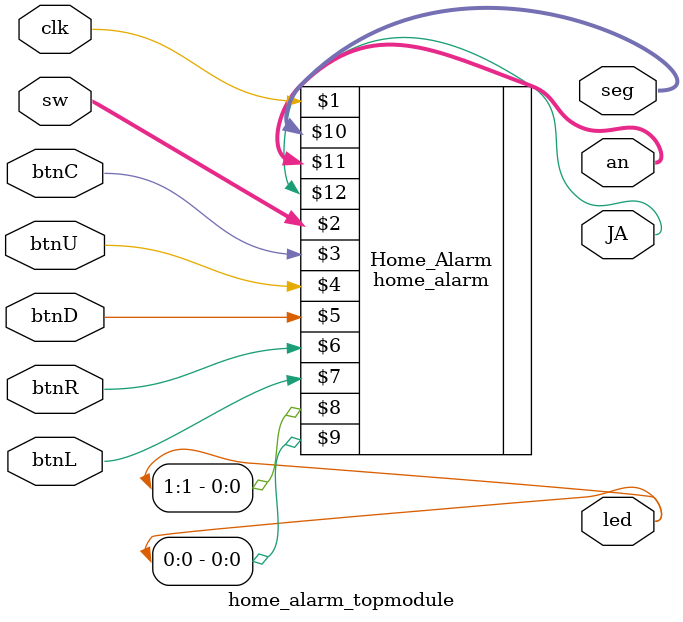
<source format=v>
`timescale 1s / 1ms


module home_alarm_topmodule(clk,sw,btnC,btnU,btnD,btnR,btnL,led,seg,an,JA);

input clk;
input [7:0] sw; //for password
input btnC, btnU; //C for activation & U represnts the door
input btnD,btnL,btnR; //windows
output [1:0] led;
output [6:0] seg;
output [3:0] an;
output [0:0] JA; //buzzer

//We don't need debouncing for simultion purpose, we would need it while implementing it on FPGA
//wire btnCclr,btnUclr,btnDclr,btnRclr,btnLclr;

//debounce dbnC(clk,btnC,btnCclr);
//debounce dbnU(clk,btnU,btnUclr);
//debounce dbnD(clk,btnD,btnDclr);
//debounce dbnL(clk,btnL,btnLclr);
//debounce dbnR(clk,btnR,btnRclr);

home_alarm Home_Alarm (clk,sw,btnC,btnU,btnD,btnR,btnL,led[1],led[0],seg,an,JA);



endmodule

</source>
